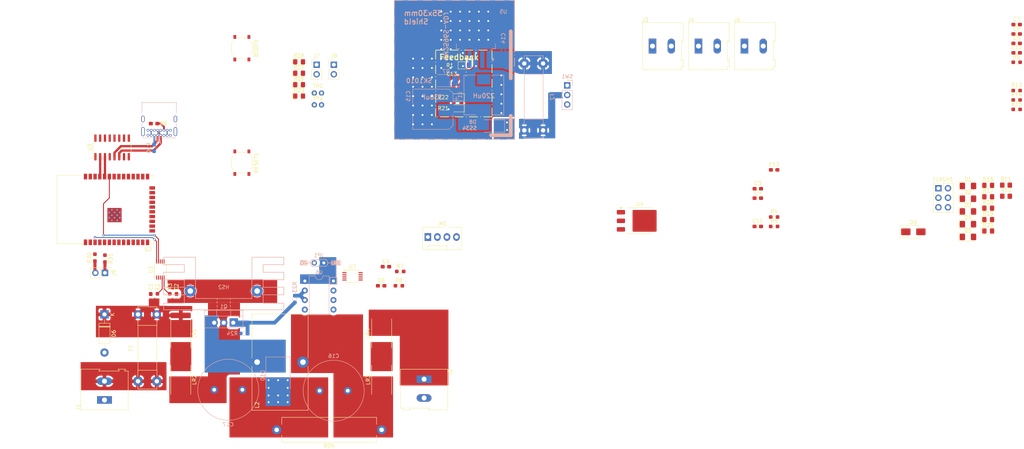
<source format=kicad_pcb>
(kicad_pcb (version 20241229) (generator "pcbnew") (generator_version "9.0")
  (layers (0 "F.Cu" signal) (4 "In1.Cu" signal) (6 "In2.Cu" signal) (2 "B.Cu" signal) (13 "F.Paste" user) (15 "B.Paste" user) (5 "F.SilkS" user "F.Silkscreen") (7 "B.SilkS" user "B.Silkscreen") (1 "F.Mask" user) (3 "B.Mask" user) (25 "Edge.Cuts" user))
  (net 0 "")
  (net 1 "BOOT")
  (net 2 "GND")
  (net 3 "Vin")
  (net 4 "VinterA")
  (net 5 "Vaux")
  (net 6 "VinterB")
  (net 7 "Vout")
  (net 8 "Net-(J5-SHIELD)")
  (net 9 "Net-(U3-V3)")
  (net 10 "+5V")
  (net 11 "+3V3")
  (net 12 "Net-(U5-FB)")
  (net 13 "Net-(D8-A)")
  (net 14 "Net-(U5-VIN)")
  (net 15 "Net-(D10-A)")
  (net 16 "Net-(D1-A)")
  (net 17 "Net-(D2-A)")
  (net 18 "Net-(D3-A)")
  (net 19 "Net-(D4-A)")
  (net 20 "Net-(D5-A)")
  (net 21 "Net-(D7-K)")
  (net 22 "Net-(D9-A)")
  (net 23 "Net-(D10-K)")
  (net 24 "Net-(SW1-B)")
  (net 25 "Rx")
  (net 26 "RST")
  (net 27 "Tx")
  (net 28 "Net-(J3-Pin_2)")
  (net 29 "Net-(J3-Pin_1)")
  (net 30 "D-")
  (net 31 "D+")
  (net 32 "Net-(J5-CC2)")
  (net 33 "Net-(J5-CC1)")
  (net 36 "FETSupply")
  (net 37 "Net-(LR1-Pad2)")
  (net 38 "Net-(LR3-Pad2)")
  (net 39 "IdiffA")
  (net 40 "IdiffB")
  (net 41 "VoltIn")
  (net 42 "OdiffA")
  (net 43 "OdiffB")
  (net 44 "VoltOut")
  (net 45 "Beat")
  (net 46 "Fault")
  (net 47 "Charging")
  (net 48 "MPPT")
  (net 49 "Net-(R23-Pad1)")
  (net 50 "Aux1")
  (net 51 "SCL")
  (net 52 "SDA")
  (net 56 "PWM")
  (net 60 "Aux2")
  (net 63 "AmbientT")
  (net 73 "Sx")
  (net 85 "HeatsinkT")
  (net 86 "Net-(J1-Pin_2)")
  (net 87 "Tacho")
  (net 88 "FanPWM")
  (net 89 "RDY1")
  (net 90 "RDY2")
  (net 91 "Net-(Q1-G)")
  (footprint "Resistor_THT:R_Axial_DIN0204_L3.6mm_D1.6mm_P1.90mm_Vertical" (layer "F.Cu") (at 92.71 42.672)
    (property "Reference" "TH1")
    (property "Value" "NTC")
  )
  (footprint "Capacitor_SMD:C_0603_1608Metric_Pad1.08x0.95mm_HandSolder" (layer "F.Cu") (at 110.49 93.98)
    (property "Reference" "C6")
    (property "Value" "0.1u")
  )
  (footprint "TerminalBlock:TerminalBlock_Altech_AK300-2_P5.00mm" (layer "F.Cu") (at 182.73 30.175)
    (property "Reference" "J3")
    (property "Value" "Conn_01x02_Pin")
  )
  (footprint "Resistor_SMD:R_0603_1608Metric_Pad0.98x0.95mm_HandSolder" (layer "F.Cu") (at 215.11 78.185)
    (property "Reference" "R5")
    (property "Value" "50R")
  )
  (footprint "LED_SMD:LED_0805_2012Metric_Pad1.15x1.40mm_HandSolder" (layer "F.Cu") (at 130.81 43.815 180)
    (property "Reference" "R22")
    (property "Value" "R")
  )
  (footprint "LED_SMD:LED_1206_3216Metric_Pad1.42x1.75mm_HandSolder" (layer "F.Cu") (at 266.715 70.805)
    (property "Reference" "D2")
    (property "Value" "LED")
  )
  (footprint "RF_Module:ESP32-WROOM-32D" (layer "F.Cu") (at 40.03 73.66 90)
    (property "Reference" "U2")
    (property "Value" "ESP32-WROOM-32D")
  )
  (footprint "Capacitor_SMD:C_0603_1608Metric_Pad1.08x0.95mm_HandSolder" (layer "F.Cu") (at 215.11 63.125)
    (property "Reference" "C12")
    (property "Value" "0.1u")
  )
  (footprint "LED_SMD:LED_0805_2012Metric_Pad1.15x1.40mm_HandSolder" (layer "F.Cu") (at 88.643 34.359)
    (property "Reference" "R26")
    (property "Value" "10k")
  )
  (footprint "TerminalBlock:TerminalBlock_Altech_AK300-2_P5.00mm" (layer "F.Cu") (at 121.92 118.85 -90)
    (property "Reference" "J2")
    (property "Value" "Conn_01x02_Pin")
  )
  (footprint "Capacitor_SMD:C_0603_1608Metric_Pad1.08x0.95mm_HandSolder" (layer "F.Cu") (at 279.68 31.965)
    (property "Reference" "C10")
    (property "Value" "0.1u")
  )
  (footprint "Resistor_SMD:R_0603_1608Metric_Pad0.98x0.95mm_HandSolder" (layer "F.Cu") (at 279.68 42.005)
    (property "Reference" "R13")
    (property "Value" "1k")
  )
  (footprint "Resistor_SMD:R_0603_1608Metric_Pad0.98x0.95mm_HandSolder" (layer "F.Cu") (at 215.11 75.675)
    (property "Reference" "R4")
    (property "Value" "50R")
  )
  (footprint "Package_TO_SOT_SMD:TO-252-3_TabPin2" (layer "F.Cu") (at 179.36 76.69)
    (property "Reference" "U4")
    (property "Value" "LM1117DT-3.3")
  )
  (footprint "LED_SMD:LED_1206_3216Metric_Pad1.42x1.75mm_HandSolder" (layer "F.Cu") (at 266.715 67.415)
    (property "Reference" "D1")
    (property "Value" "LED")
  )
  (footprint "Inductor_THT:L_Toroid_Vertical_L25.4mm_W14.7mm_P12.20mm_Vishay_TJ5_BigPads" (layer "F.Cu") (at 77.47 114.3 90)
    (property "Reference" "L2")
    (property "Value" "100uH")
  )
  (footprint "LED_SMD:LED_0805_2012Metric_Pad1.15x1.40mm_HandSolder" (layer "F.Cu") (at 272.105 76.36)
    (property "Reference" "R19")
    (property "Value" "220R")
  )
  (footprint "Capacitor_SMD:C_0603_1608Metric_Pad1.08x0.95mm_HandSolder" (layer "F.Cu") (at 279.68 24.435)
    (property "Reference" "C7")
    (property "Value" "C")
  )
  (footprint "Button_Switch_SMD:SW_Push_1P1T_XKB_TS-1187A" (layer "F.Cu") (at 73.406 61.214 90)
    (property "Reference" "RESET1")
    (property "Value" "SW_Push")
  )
  (footprint "LED_SMD:LED_0805_2012Metric_Pad1.15x1.40mm_HandSolder" (layer "F.Cu") (at 272.105 73.32)
    (property "Reference" "R18")
    (property "Value" "220R")
  )
  (footprint "LED_SMD:LED_0805_2012Metric_Pad1.15x1.40mm_HandSolder" (layer "F.Cu") (at 88.643 37.399)
    (property "Reference" "R27")
    (property "Value" "10k")
  )
  (footprint "LED_SMD:LED_0805_2012Metric_Pad1.15x1.40mm_HandSolder" (layer "F.Cu") (at 88.643 40.439)
    (property "Reference" "R28")
    (property "Value" "10k")
  )
  (footprint "TerminalBlock:TerminalBlock_Altech_AK300-2_P5.00mm" (layer "F.Cu") (at 207.21 30.175)
    (property "Reference" "J6")
    (property "Value" "Conn_01x02_Pin")
  )
  (footprint "LED_SMD:LED_0805_2012Metric_Pad1.15x1.40mm_HandSolder" (layer "F.Cu") (at 272.105 67.24)
    (property "Reference" "R16")
    (property "Value" "220R")
  )
  (footprint "Connector_PinHeader_2.54mm:PinHeader_2x03_P2.54mm_Vertical" (layer "F.Cu") (at 258.85 68.015)
    (property "Reference" "FLASH1")
    (property "Value" "Conn_01x06_Pin")
  )
  (footprint "Resistor_SMD:R_0603_1608Metric_Pad0.98x0.95mm_HandSolder" (layer "F.Cu") (at 34.285 86.487 90)
    (property "Reference" "R30")
    (property "Value" "4.7k")
  )
  (footprint "Resistor_SMD:R_4020_10251Metric" (layer "F.Cu") (at 110.617 118.999 90)
    (property "Reference" "LR3")
    (property "Value" "0.1R")
  )
  (footprint "Resistor_SMD:R_0603_1608Metric_Pad0.98x0.95mm_HandSolder" (layer "F.Cu") (at 36.952 86.741 90)
    (property "Reference" "R31")
    (property "Value" "4.7k")
  )
  (footprint "LED_SMD:LED_0805_2012Metric_Pad1.15x1.40mm_HandSolder" (layer "F.Cu") (at 130.81 46.736 180)
    (property "Reference" "R21")
    (property "Value" "3.3k")
  )
  (footprint "Resistor_SMD:R_0603_1608Metric_Pad0.98x0.95mm_HandSolder" (layer "F.Cu") (at 279.68 34.475)
    (property "Reference" "R6")
    (property "Value" "200k")
  )
  (footprint "Package_SO:TSSOP-10_3x3mm_P0.5mm" (layer "F.Cu") (at 102.87 91.44)
    (property "Reference" "U7")
    (property "Value" "ADS1115IDGS")
  )
  (footprint "TerminalBlock:TerminalBlock_Altech_AK300-2_P5.00mm" (layer "F.Cu") (at 36.83 124.38 90)
    (property "Reference" "J1")
    (property "Value" "Conn_01x02_Pin")
  )
  (footprint "Button_Switch_SMD:SW_Push_1P1T_XKB_TS-1187A" (layer "F.Cu") (at 73.406 30.734 90)
    (property "Reference" "BOOT1")
    (property "Value" "SW_Push")
  )
  (footprint "Connector_PinHeader_2.54mm:PinHeader_1x02_P2.54mm_Vertical" (layer "F.Cu") (at 36.957 90.551 -90)
    (property "Reference" "J9")
    (property "Value" "Conn_01x02_Pin")
  )
  (footprint "Capacitor_SMD:C_0603_1608Metric_Pad1.08x0.95mm_HandSolder" (layer "F.Cu") (at 133.096 37.592 180)
    (property "Reference" "C13")
    (property "Value" "10n")
  )
  (footprint "Capacitor_SMD:C_0603_1608Metric_Pad1.08x0.95mm_HandSolder" (layer "F.Cu") (at 56.007 97.028 90)
    (property "Reference" "C2")
    (property "Value" "0.1u")
  )
  (footprint "Capacitor_SMD:C_0603_1608Metric_Pad1.08x0.95mm_HandSolder" (layer "F.Cu") (at 279.68 26.945)
    (property "Reference" "C8")
    (property "Value" "C")
  )
  (footprint "Resistor_SMD:R_0603_1608Metric_Pad0.98x0.95mm_HandSolder" (layer "F.Cu") (at 115.57 90.17)
    (property "Reference" "R7")
    (property "Value" "50R")
  )
  (footprint "Resistor_SMD:R_0805_2012Metric_Pad1.20x1.40mm_HandSolder" (layer "F.Cu") (at 276.85 67.195)
    (property "Reference" "R11")
    (property "Value" "1k")
  )
  (footprint "LED_SMD:LED_0805_2012Metric_Pad1.15x1.40mm_HandSolder" (layer "F.Cu") (at 132.842 35.306)
    (property "Reference" "R1")
    (property "Value" "1k")
  )
  (footprint "Package_SO:SOIC-16_3.9x9.9mm_P1.27mm" (layer "F.Cu") (at 38.862 57.15 90)
    (property "Reference" "U3")
    (property "Value" "CH340C")
  )
  (footprint "LED_SMD:LED_0805_2012Metric_Pad1.15x1.40mm_HandSolder" (layer "F.Cu") (at 272.105 79.4)
    (property "Reference" "R20")
    (property "Value" "220R")
  )
  (footprint "Resistor_SMD:R_0603_1608Metric_Pad0.98x0.95mm_HandSolder" (layer "F.Cu") (at 279.68 47.025)
    (property "Reference" "R15")
    (property "Value" "1k")
  )
  (footprint "LED_SMD:LED_1206_3216Metric_Pad1.42x1.75mm_HandSolder" (layer "F.Cu") (at 266.715 80.975)
    (property "Reference" "D5")
    (property "Value" "LED")
  )
  (footprint "Resistor_THT:R_Axial_Power_L25.0mm_W6.4mm_P27.94mm" (layer "F.Cu") (at 110.617 132.334 180)
    (property "Reference" "R25")
    (property "Value" "10R")
  )
  (footprint "Capacitor_SMD:C_0603_1608Metric_Pad1.08x0.95mm_HandSolder" (layer "F.Cu") (at 49.149 97.028 90)
    (property "Reference" "C1")
    (property "Value" "0.1u")
  )
  (footprint "LED_SMD:LED_1206_3216Metric_Pad1.42x1.75mm_HandSolder" (layer "F.Cu") (at 266.715 74.195)
    (property "Reference" "D3")
    (property "Value" "LED")
  )
  (footprint "Resistor_SMD:R_0603_1608Metric_Pad0.98x0.95mm_HandSolder" (layer "F.Cu") (at 54.229 97.028 90)
    (property "Reference" "R3")
    (property "Value" "50R")
  )
  (footprint "Resistor_SMD:R_4020_10251Metric" (layer "F.Cu") (at 57.15 119 -90)
    (property "Reference" "LR2")
    (property "Value" "0.1R")
  )
  (footprint "LED_SMD:LED_0805_2012Metric_Pad1.15x1.40mm_HandSolder" (layer "F.Cu") (at 88.643 43.479)
    (property "Reference" "R29")
    (property "Value" "10k")
  )
  (footprint "Resistor_THT:R_Axial_DIN0204_L3.6mm_D1.6mm_P1.90mm_Vertical" (layer "F.Cu") (at 92.71 45.822)
    (property "Reference" "TH2")
    (property "Value" "NTC")
  )
  (footprint "Resistor_SMD:R_0603_1608Metric_Pad0.98x0.95mm_HandSolder" (layer "F.Cu") (at 50.927 97.028 90)
    (property "Reference" "R2")
    (property "Value" "50R")
  )
  (footprint "LED_SMD:LED_1206_3216Metric_Pad1.42x1.75mm_HandSolder" (layer "F.Cu") (at 266.715 77.585)
    (property "Reference" "D4")
    (property "Value" "LED")
  )
  (footprint "Package_SO:TSSOP-10_3x3mm_P0.5mm" (layer "F.Cu") (at 51.705 89.662 90)
    (property "Reference" "U1")
    (property "Value" "ADS1115IDGS")
  )
  (footprint "Capacitor_SMD:C_0603_1608Metric_Pad1.08x0.95mm_HandSolder" (layer "F.Cu") (at 111.76 88.9)
    (property "Reference" "C5")
    (property "Value" "0.1u")
  )
  (footprint "Resistor_SMD:R_4020_10251Metric" (layer "F.Cu") (at 110.617 106.68 90)
    (property "Reference" "LR4")
    (property "Value" "0.1R")
  )
  (footprint "Diode_THT:D_DO-41_SOD81_P10.16mm_Horizontal" (layer "F.Cu") (at 36.83 101.6 -90)
    (property "Reference" "D6")
    (property "Value" "1N4007")
  )
  (footprint "Resistor_SMD:R_0603_1608Metric_Pad0.98x0.95mm_HandSolder" (layer "F.Cu") (at 279.68 44.515)
    (property "Reference" "R14")
    (property "Value" "200k")
  )
  (footprint "Connector_PinHeader_2.54mm:PinHeader_1x02_P2.54mm_Vertical" (layer "F.Cu") (at 97.898 35.134)
    (property "Reference" "J8")
    (property "Value" "Conn_01x02_Pin")
  )
  (footprint "Capacitor_SMD:C_0603_1608Metric_Pad1.08x0.95mm_HandSolder" (layer "F.Cu") (at 210.76 78.185)
    (property "Reference" "C11")
    (property "Value" "0.1u")
  )
  (footprint "Resistor_SMD:R_0603_1608Metric_Pad0.98x0.95mm_HandSolder" (layer "F.Cu") (at 115.2125 93.98)
    (property "Reference" "R8")
    (property "Value" "50R")
  )
  (footprint "Capacitor_SMD:C_0603_1608Metric_Pad1.08x0.95mm_HandSolder" (layer "F.Cu") (at 210.76 68.145)
    (property "Reference" "C3")
    (property "Value" "0.1u")
  )
  (footprint "Connector:FanPinHeader_1x04_P2.54mm_Vertical" (layer "F.Cu") (at 122.92 81)
    (property "Reference" "M1")
    (property "Value" "Fan_4pin")
  )
  (footprint "Capacitor_SMD:C_0603_1608Metric_Pad1.08x0.95mm_HandSolder" (layer "F.Cu") (at 50.038 50.8 180)
    (property "Reference" "R9")
    (property "Value" "R")
  )
  (footprint "Resistor_SMD:R_0805_2012Metric_Pad1.20x1.40mm_HandSolder" (layer "F.Cu") (at 276.85 70.145)
    (property "Reference" "R12")
    (property "Value" "1k")
  )
  (footprint "Capacitor_SMD:C_0603_1608Metric_Pad1.08x0.95mm_HandSolder" (layer "F.Cu") (at 210.76 70.655)
    (property "Reference" "C4")
    (property "Value" "0.1u")
  )
  (footprint "Capacitor_SMD:C_0603_1608Metric_Pad1.08x0.95mm_HandSolder" (layer "F.Cu") (at 279.68 29.455)
    (property "Reference" "C9")
    (property "Value" "0.1u")
  )
  (footprint "Connector_PinHeader_2.54mm:PinHeader_1x02_P2.54mm_Vertical" (layer "F.Cu") (at 93.308 35.134)
    (property "Reference" "J7")
    (property "Value" "Conn_01x02_Pin")
  )
  (footprint "Resistor_SMD:R_4020_10251Metric" (layer "F.Cu") (at 57.15 106.68 -90)
    (property "Reference" "LR1")
    (property "Value" "0.1R")
  )
  (footprint "TerminalBlock:TerminalBlock_Altech_AK300-2_P5.00mm" (layer "F.Cu") (at 194.97 30.175)
    (property "Reference" "J4")
    (property "Value" "Conn_01x02_Pin")
  )
  (footprint "Fuse:Fuseholder_Clip-5x20mm_Bel_FC-203-22_Lateral_P17.80x5.00mm_D1.17mm_Horizontal" (layer "F.Cu") (at 45.76 119.4 90)
    (property "Reference" "F1")
    (property "Value" "Fuse")
  )
  (footprint "Diode_SMD:D_SMA" (layer "F.Cu") (at 252.175 79.615)
    (property "Reference" "D9")
    (property "Value" "SS34")
  )
  (footprint "LED_SMD:LED_0805_2012Metric_Pad1.15x1.40mm_HandSolder" (layer "F.Cu") (at 272.105 70.28)
    (property "Reference" "R17")
    (property "Value" "220R")
  )
  (footprint "Capacitor_THT:C_Radial_D16.0mm_H25.0mm_P7.50mm" (layer "B.Cu") (at 101.6 121.92 180)
    (property "Reference" "C16")
    (property "Value" "470u")
  )
  (footprint "Diode_SMD:D_SMC" (layer "B.Cu") (at 83.058 117.856 -90)
    (property "Reference" "D10")
    (property "Value" "SK1010")
  )
  (footprint "Diode_SMD:D_MELF" (layer "B.Cu") (at 127.82 39.37 180)
    (property "Reference" "D7")
    (property "Value" "Diode")
  )
  (footprint "Capacitor_SMD:C_0603_1608Metric_Pad1.08x0.95mm_HandSolder" (layer "B.Cu") (at 143.002 31.242 90)
    (property "Reference" "C14")
    (property "Value" "1u")
  )
  (footprint "Connector_USB:USB_C_Receptacle_GCT_USB4085" (layer "B.Cu") (at 48.416 53.928)
    (property "Reference" "J5")
    (property "Value" "USB_C_Receptacle_USB2.0_16P")
  )
  (footprint "Inductor_SMD:L_10.4x10.4_H4.8" (layer "B.Cu") (at 137.84 43.18 -90)
    (property "Reference" "L1")
    (property "Value" "220u")
  )
  (footprint "Resistor_SMD:R_0603_1608Metric_Pad0.98x0.95mm_HandSolder" (layer "B.Cu") (at 74.0175 106.68)
    (property "Reference" "R24")
    (property "Value" "10kR")
  )
  (footprint "Capacitor_THT:C_Radial_D16.0mm_H25.0mm_P7.50mm" (layer "B.Cu") (at 66.04 121.666)
    (property "Reference" "C17")
    (property "Value" "470u")
  )
  (footprint "Capacitor_SMD:C_0603_1608Metric_Pad1.08x0.95mm_HandSolder" (layer "B.Cu") (at 50.038 57.2505 -90)
    (property "Reference" "R10")
    (property "Value" "R")
  )
  (footprint "Capacitor_SMD:CP_Elec_10x10.5" (layer "B.Cu") (at 124.26 46.99 180)
    (property "Reference" "C15")
    (property "Value" "330u")
  )
  (footprint "Connector_PinHeader_2.54mm:PinHeader_1x03_P2.54mm_Vertical" (layer "B.Cu") (at 160.02 40.64 180)
    (property "Reference" "SW1")
    (property "Value" "SW_SPDT")
  )
  (footprint "Package_DIP:DIP-8_W7.62mm" (layer "B.Cu") (at 97.785 92.71 180)
    (property "Reference" "U6")
    (property "Value" "TC4422")
  )
  (footprint "Package_TO_SOT_SMD:TO-263-5_TabPin3" (layer "B.Cu") (at 135.71 26.065 90)
    (property "Reference" "U5")
    (property "Value" "LM2596S-ADJ")
  )
  (footprint "Package_TO_SOT_THT:TO-220-3_Vertical" (layer "B.Cu") (at 71.12 103.815 180)
    (property "Reference" "Q1")
    (property "Value" "IRL540N")
  )
  (footprint "Heatsink:Heatsink_Stonecold_HS-132_32x14mm_2xFixation1.5mm" (layer "B.Cu") (at 68.58 95.377)
    (property "Reference" "HS2")
    (property "Value" "Heatsink_Pad_2Pin")
  )
  (footprint "Diode_SMD:D_SMA" (layer "B.Cu") (at 139.84 51.435 180)
    (property "Reference" "D8")
    (property "Value" "SS34")
  )
  (footprint "Fuse:Fuseholder_Clip-5x20mm_Bel_FC-203-22_Lateral_P17.80x5.00mm_D1.17mm_Horizontal" (layer "B.Cu") (at 148.6 34.8 -90)
    (property "Reference" "F2")
    (property "Value" "Fuse")
  )
  (footprint "Resistor_SMD:R_0603_1608Metric_Pad0.98x0.95mm_HandSolder" (layer "B.Cu") (at 87.503 97.536 -90)
    (property "Reference" "R23")
    (property "Value" "10R")
  )
  (footprint "TestPoint:TestPoint_2Pads_Pitch2.54mm_Drill0.8mm" (layer "B.Cu") (at 95.23 87.884 180)
    (property "Reference" "JP1")
    (property "Value" "Jumper_2_Bridged")
  )
  (gr_rect (start 125 31.25) (end 140 49) (stroke (width 0.2) (type dash_dot)) (fill no) (layer "F.SilkS"))
  (gr_line (start 90.7796 87.884) (end 91.6462 87.884) (stroke (width 0.15) (type dash)) (layer "B.SilkS"))
  (gr_rect (start 114 18) (end 146 55) (stroke (width 0.2) (type dash_dot)) (fill no) (layer "B.SilkS"))
  (gr_line (start 139.75 53.9) (end 145 53.9) (stroke (width 1)) (layer "B.SilkS"))
  (gr_rect (start 96.8248 91.7448) (end 98.7552 93.6752) (stroke (width 0.15)) (fill no) (layer "B.SilkS"))
  (gr_line (start 145 26.25) (end 145 38.75) (stroke (width 1)) (layer "B.SilkS"))
  (gr_line (start 145 48.75) (end 145 53.9) (stroke (width 1)) (layer "B.SilkS"))
  (gr_line (start 96.26 87.884) (end 97.282 87.884) (stroke (width 0.15)) (layer "B.SilkS"))
  (gr_line (start 98.552 91.694) (end 98.552 88.5414) (stroke (width 0.15)) (layer "B.SilkS"))
  (gr_text "Feedback" (at 125.8 34 0) (layer "F.SilkS") (effects (font (size 1.5 1.5) (thickness 0.3) (bold yes)) (justify left bottom)))
  (gr_text "35x30mm\nShield" (at 116.4 24.5 0) (layer "B.SilkS") (effects (font (size 1.4 1.4) (thickness 0.25) (bold yes)) (justify right bottom mirror)))
  (gr_text "FET" (at 98.552 87.884 0) (layer "B.SilkS" knockout) (effects (font (size 1 1)) (justify mirror)))
  (gr_text "SK1010" (at 117 40.1 0) (layer "B.SilkS") (effects (font (size 1.2 1.2) (thickness 0.2) (bold yes)) (justify right bottom mirror)))
  (gr_text "SS34" (at 132 52.6 0) (layer "B.SilkS") (effects (font (size 1 1) (thickness 0.2) (bold yes)) (justify right bottom mirror)))
  (gr_text "220uH" (at 134.8 44.1 0) (layer "B.SilkS") (effects (font (size 1.2 1.2) (thickness 0.2) (bold yes)) (justify right bottom mirror)))
  (gr_text "LM2596S-ADJ" (at 127 21 270) (layer "B.SilkS") (effects (font (size 1.2 1.2) (thickness 0.2) (bold yes)) (justify right bottom mirror)))
  (gr_text "5V" (at 89.916 87.884 0) (layer "B.SilkS" knockout) (effects (font (size 1 1)) (justify mirror)))
  (gr_text "330uF" (at 121.2 44.5 0) (layer "B.SilkS") (effects (font (size 1.2 1.2) (thickness 0.2) (bold yes)) (justify right bottom mirror)))
  (via (at 136.5 23.5) (size 1) (drill 0.5) (layers "F.Cu" "B.Cu") (net 2))
  (via (at 119 48.5) (size 1) (drill 0.5) (layers "F.Cu" "B.Cu") (net 2))
  (via (at 139 21) (size 1) (drill 0.5) (layers "F.Cu" "B.Cu") (net 2))
  (via (at 119 33.5) (size 1) (drill 0.5) (layers "F.Cu" "B.Cu") (net 2))
  (via (at 139 26) (size 1) (drill 0.5) (layers "F.Cu" "B.Cu") (net 2))
  (via (at 142.5 38) (size 1) (drill 0.5) (layers "F.Cu" "B.Cu") (net 2))
  (via (at 135.75 32) (size 1) (drill 0.5) (layers "F.Cu" "B.Cu") (net 2))
  (via (at 126.5 26) (size 1) (drill 0.5) (layers "F.Cu" "B.Cu") (net 2))
  (via (at 134 21) (size 1) (drill 0.5) (layers "F.Cu" "B.Cu") (net 2))
  (via (at 134 23.5) (size 1) (drill 0.5) (layers "F.Cu" "B.Cu") (net 2))
  (via (at 121.5 43.5) (size 1) (drill 0.5) (layers "F.Cu" "B.Cu") (net 2))
  (via (at 126.5 36) (size 1) (drill 0.5) (layers "F.Cu" "B.Cu") (net 2))
  (via (at 121.5 38.5) (size 1) (drill 0.5) (layers "F.Cu" "B.Cu") (net 2))
  (via (at 121.5 36) (size 1) (drill 0.5) (layers "F.Cu" "B.Cu") (net 2))
  (via (at 131.5 28.5) (size 1) (drill 0.5) (layers "F.Cu" "B.Cu") (net 2))
  (via (at 124 51) (size 1) (drill 0.5) (layers "F.Cu" "B.Cu") (net 2))
  (via (at 129 31) (size 1) (drill 0.5) (layers "F.Cu" "B.Cu") (net 2))
  (via (at 126.5 28.5) (size 1) (drill 0.5) (layers "F.Cu" "B.Cu") (net 2))
  (via (at 139 23.5) (size 1) (drill 0.5) (layers "F.Cu" "B.Cu") (net 2))
  (via (at 124 46) (size 1) (drill 0.5) (layers "F.Cu" "B.Cu") (net 2))
  (via (at 121.5 46) (size 1) (drill 0.5) (layers "F.Cu" "B.Cu") (net 2))
  (via (at 132.25 35.5) (size 1) (drill 0.5) (layers "F.Cu" "B.Cu") (net 2))
  (via (at 139 28.5) (size 1) (drill 0.5) (layers "F.Cu" "B.Cu") (net 2))
  (via (at 135.75 35.5) (size 1) (drill 0.5) (layers "F.Cu" "B.Cu") (net 2))
  (via (at 119 46) (size 1) (drill 0.5) (layers "F.Cu" "B.Cu") (net 2))
  (via (at 124 38.5) (size 1) (drill 0.5) (layers "F.Cu" "B.Cu") (net 2))
  (via (at 124 43.5) (size 1) (drill 0.5) (layers "F.Cu" "B.Cu") (net 2))
  (via (at 124 48.5) (size 1) (drill 0.5) (layers "F.Cu" "B.Cu") (net 2))
  (via (at 124 36) (size 1) (drill 0.5) (layers "F.Cu" "B.Cu") (net 2))
  (via (at 142.5 40.5) (size 1) (drill 0.5) (layers "F.Cu" "B.Cu") (net 2))
  (via (at 129 28.5) (size 1) (drill 0.5) (layers "F.Cu" "B.Cu") (net 2))
  (via (at 126.5 21) (size 1) (drill 0.5) (layers "F.Cu" "B.Cu") (net 2))
  (via (at 134 28.5) (size 1) (drill 0.5) (layers "F.Cu" "B.Cu") (net 2))
  (via (at 136.5 21) (size 1) (drill 0.5) (layers "F.Cu" "B.Cu") (net 2))
  (via (at 121.5 33.5) (size 1) (drill 0.5) (layers "F.Cu" "B.Cu") (net 2))
  (via (at 136.5 26) (size 1) (drill 0.5) (layers "F.Cu" "B.Cu") (net 2))
  (via (at 142.5 48) (size 1) (drill 0.5) (layers "F.Cu" "B.Cu") (net 2))
  (via (at 126.5 23.5) (size 1) (drill 0.5) (layers "F.Cu" "B.Cu") (net 2))
  (via (at 129 21) (size 1) (drill 0.5) (layers "F.Cu" "B.Cu") (net 2))
  (via (at 132.25 32) (size 1) (drill 0.5) (layers "F.Cu" "B.Cu") (net 2))
  (via (at 136.5 28.5) (size 1) (drill 0.5) (layers "F.Cu" "B.Cu") (net 2))
  (via (at 131.5 26) (size 1) (drill 0.5) (layers "F.Cu" "B.Cu") (net 2))
  (via (at 142.5 45.5) (size 1) (drill 0.5) (layers "F.Cu" "B.Cu") (net 2))
  (via (at 119 41) (size 1) (drill 0.5) (layers "F.Cu" "B.Cu") (net 2))
  (via (at 124 41) (size 1) (drill 0.5) (layers "F.Cu" "B.Cu") (net 2))
  (via (at 126.5 33.5) (size 1) (drill 0.5) (layers "F.Cu" "B.Cu") (net 2))
  (via (at 129 26) (size 1) (drill 0.5) (layers "F.Cu" "B.Cu") (net 2))
  (via (at 121.5 51) (size 1) (drill 0.5) (layers "F.Cu" "B.Cu") (net 2))
  (via (at 129 23.5) (size 1) (drill 0.5) (layers "F.Cu" "B.Cu") (net 2))
  (via (at 126.5 31) (size 1) (drill 0.5) (layers "F.Cu" "B.Cu") (net 2))
  (via (at 119 51) (size 1) (drill 0.5) (layers "F.Cu" "B.Cu") (net 2))
  (via (at 119 38.5) (size 1) (drill 0.5) (layers "F.Cu" "B.Cu") (net 2))
  (via (at 131.5 23.5) (size 1) (drill 0.5) (layers "F.Cu" "B.Cu") (net 2))
  (via (at 119 36) (size 1) (drill 0.5) (layers "F.Cu" "B.Cu") (net 2))
  (via (at 129 33.5) (size 1) (drill 0.5) (layers "F.Cu" "B.Cu") (net 2))
  (via (at 119 43.5) (size 1) (drill 0.5) (layers "F.Cu" "B.Cu") (net 2))
  (via (at 121.5 48.5) (size 1) (drill 0.5) (layers "F.Cu" "B.Cu") (net 2))
  (via (at 129 36) (size 1) (drill 0.5) (layers "F.Cu" "B.Cu") (net 2))
  (via (at 142.5 43) (size 1) (drill 0.5) (layers "F.Cu" "B.Cu") (net 2))
  (via (at 124 33.5) (size 1) (drill 0.5) (layers "F.Cu" "B.Cu") (net 2))
  (via (at 121.5 41) (size 1) (drill 0.5) (layers "F.Cu" "B.Cu") (net 2))
  (via (at 134 26) (size 1) (drill 0.5) (layers "F.Cu" "B.Cu") (net 2))
  (via (at 131.5 21) (size 1) (drill 0.5) (layers "F.Cu" "B.Cu") (net 2))
  (via (at 144 50.5) (size 1) (drill 0.5) (layers "F.Cu" "B.Cu") (net 10))
  (via (at 144 52.5) (size 1) (drill 0.5) (layers "F.Cu" "B.Cu") (net 10))
  (segment (start 133.9585 37.592) (end 133.9585 41.6915) (width 1) (layer "F.Cu") (net 12))
  (segment (start 131.835 46.736) (end 131.835 43.815) (width 1) (layer "F.Cu") (net 12))
  (segment (start 133.9585 41.6915) (end 131.835 43.815) (width 1) (layer "F.Cu") (net 12))
  (segment (start 134.01 33.715) (end 134.01 35.163) (width 1) (layer "F.Cu") (net 12))
  (segment (start 134.01 35.163) (end 133.867 35.306) (width 1) (layer "F.Cu") (net 12))
  (via (at 134.01 33.715) (size 1) (drill 0.5) (layers "F.Cu" "B.Cu") (net 12))
  (segment (start 129.531 46.99) (end 129.785 46.736) (width 1) (layer "F.Cu") (net 13))
  (segment (start 129.785 46.736) (end 129.785 43.815) (width 1) (layer "F.Cu") (net 13))
  (segment (start 128.46 46.99) (end 129.531 46.99) (width 1) (layer "F.Cu") (net 13))
  (segment (start 129.785 40.0405) (end 132.2335 37.592) (width 1) (layer "F.Cu") (net 13))
  (segment (start 129.785 43.815) (end 129.785 40.0405) (width 1) (layer "F.Cu") (net 13))
  (via (at 128.46 46.99) (size 1) (drill 0.5) (layers "F.Cu" "B.Cu") (net 13))
  (via (at 85.598 124.968) (size 1) (drill 0.5) (layers "F.Cu" "B.Cu") (net 15))
  (via (at 80.518 124.968) (size 1) (drill 0.5) (layers "F.Cu" "B.Cu") (net 15))
  (via (at 80.518 121.158) (size 1) (drill 0.5) (layers "F.Cu" "B.Cu") (net 15))
  (via (at 83.058 119.126) (size 1) (drill 0.5) (layers "F.Cu" "B.Cu") (net 15))
  (via (at 85.598 121.158) (size 1) (drill 0.5) (layers "F.Cu" "B.Cu") (net 15))
  (via (at 83.058 123.19) (size 1) (drill 0.5) (layers "F.Cu" "B.Cu") (net 15))
  (via (at 80.518 123.19) (size 1) (drill 0.5) (layers "F.Cu" "B.Cu") (net 15))
  (via (at 85.598 123.19) (size 1) (drill 0.5) (layers "F.Cu" "B.Cu") (net 15))
  (via (at 83.058 124.968) (size 1) (drill 0.5) (layers "F.Cu" "B.Cu") (net 15))
  (via (at 85.598 119.126) (size 1) (drill 0.5) (layers "F.Cu" "B.Cu") (net 15))
  (via (at 80.518 119.126) (size 1) (drill 0.5) (layers "F.Cu" "B.Cu") (net 15))
  (segment (start 49.266 52.578) (end 49.266 53.928) (width 0.3) (layer "B.Cu") (net 22))
  (segment (start 53.516 53.928) (end 53.516 52.578) (width 0.3) (layer "B.Cu") (net 22))
  (segment (start 36.957 59.625) (end 36.957 64.813) (width 0.6) (layer "F.Cu") (net 25))
  (segment (start 36.957 64.813) (end 36.86 64.91) (width 0.6) (layer "F.Cu") (net 25))
  (segment (start 35.687 64.813) (end 35.59 64.91) (width 0.6) (layer "F.Cu") (net 27))
  (segment (start 35.687 59.625) (end 35.687 64.813) (width 0.6) (layer "F.Cu") (net 27))
  (segment (start 50.966 52.578) (end 50.966 52.936636) (width 0.3) (layer "F.Cu") (net 30))
  (segment (start 51.816 53.786636) (end 51.816 53.928) (width 0.3) (layer "F.Cu") (net 30))
  (segment (start 50.966 52.936636) (end 51.816 53.786636) (width 0.3) (layer "F.Cu") (net 30))
  (segment (start 40.767 58.6486) (end 40.767 59.625) (width 0.6) (layer "F.Cu") (net 30))
  (segment (start 49.8602 57.9882) (end 41.4274 57.9882) (width 0.6) (layer "F.Cu") (net 30))
  (segment (start 51.816 56.0324) (end 49.8602 57.9882) (width 0.6) (layer "F.Cu") (net 30))
  (segment (start 51.816 53.928) (end 51.816 56.0324) (width 0.6) (layer "F.Cu") (net 30))
  (segment (start 41.4274 57.9882) (end 40.767 58.6486) (width 0.6) (layer "F.Cu") (net 30))
  (segment (start 50.966 55.333) (end 49.4792 56.8198) (width 0.6) (layer "F.Cu") (net 31))
  (segment (start 39.497 58.547) (end 39.497 59.625) (width 0.6) (layer "F.Cu") (net 31))
  (segment (start 50.966 53.928) (end 50.966 55.333) (width 0.6) (layer "F.Cu") (net 31))
  (segment (start 41.2242 56.8198) (end 39.497 58.547) (width 0.6) (layer "F.Cu") (net 31))
  (segment (start 49.4792 56.8198) (end 41.2242 56.8198) (width 0.6) (layer "F.Cu") (net 31))
  (segment (start 50.966 53.569364) (end 50.966 53.928) (width 0.3) (layer "B.Cu") (net 31))
  (segment (start 51.816 52.578) (end 51.816 52.719364) (width 0.3) (layer "B.Cu") (net 31))
  (segment (start 51.816 52.719364) (end 50.966 53.569364) (width 0.3) (layer "B.Cu") (net 31))
  (segment (start 52.666 51.65) (end 52.666 52.578) (width 0.5) (layer "F.Cu") (net 32))
  (segment (start 51.816 50.8) (end 52.666 51.65) (width 0.5) (layer "F.Cu") (net 32))
  (segment (start 50.9005 50.8) (end 51.816 50.8) (width 0.5) (layer "F.Cu") (net 32))
  (segment (start 50.038 54.006) (end 50.116 53.928) (width 0.3) (layer "F.Cu") (net 33))
  (segment (start 50.116 56.31) (end 50.116 53.928) (width 0.5) (layer "B.Cu") (net 33))
  (segment (start 52.205 94.8375) (end 50.927 96.1155) (width 0.25) (layer "F.Cu") (net 39))
  (segment (start 52.205 91.812) (end 52.205 94.8375) (width 0.25) (layer "F.Cu") (net 39))
  (segment (start 54.02675 96.1155) (end 52.705 94.79375) (width 0.25) (layer "F.Cu") (net 40))
  (segment (start 54.229 96.1155) (end 54.02675 96.1155) (width 0.3) (layer "F.Cu") (net 40))
  (segment (start 52.705 94.79375) (end 52.705 91.812) (width 0.25) (layer "F.Cu") (net 40))
  (segment (start 87.503 96.6235) (end 88.7915 96.6235) (width 1) (layer "B.Cu") (net 49))
  (segment (start 88.8975 96.5225) (end 88.8975 96.5175) (width 1) (layer "B.Cu") (net 49))
  (segment (start 88.7915 96.6235) (end 88.8975 96.5175) (width 1) (layer "B.Cu") (net 49))
  (segment (start 90.165 97.79) (end 88.8975 96.5225) (width 1) (layer "B.Cu") (net 49))
  (segment (start 88.8975 96.5175) (end 90.165 95.25) (width 1) (layer "B.Cu") (net 49))
  (segment (start 50.165 81.661) (end 50.705 82.201) (width 0.25) (layer "F.Cu") (net 51))
  (segment (start 50.705 82.201) (end 50.705 87.512) (width 0.25) (layer "F.Cu") (net 51))
  (segment (start 34.29 87.4045) (end 34.285 87.3995) (width 0.8) (layer "F.Cu") (net 51))
  (segment (start 34.29 90.551) (end 34.29 87.4045) (width 0.8) (layer "F.Cu") (net 51))
  (via (at 50.165 81.661) (size 0.6) (drill 0.3) (layers "F.Cu" "B.Cu") (net 51))
  (via (at 34.29 81.026) (size 0.6) (drill 0.3) (layers "F.Cu" "B.Cu") (net 51))
  (segment (start 34.417 81.153) (end 34.29 81.026) (width 0.25) (layer "B.Cu") (net 51))
  (segment (start 50.165 81.661) (end 49.657 81.153) (width 0.25) (layer "B.Cu") (net 51))
  (segment (start 49.657 81.153) (end 34.417 81.153) (width 0.25) (layer "B.Cu") (net 51))
  (segment (start 50.165 80.518) (end 51.205 81.558) (width 0.25) (layer "F.Cu") (net 52))
  (segment (start 36.576 72.136) (end 38.13 70.582) (width 0.25) (layer "F.Cu") (net 52))
  (segment (start 36.957 90.551) (end 36.957 87.6585) (width 0.8) (layer "F.Cu") (net 52))
  (segment (start 36.576 80.518) (end 36.576 72.136) (width 0.25) (layer "F.Cu") (net 52))
  (segment (start 51.205 81.558) (end 51.205 87.512) (width 0.25) (layer "F.Cu") (net 52))
  (segment (start 36.957 87.6585) (end 36.952 87.6535) (width 0.8) (layer "F.Cu") (net 52))
  (segment (start 38.13 64.91) (end 38.1 64.88) (width 0.8) (layer "F.Cu") (net 52))
  (segment (start 38.13 70.582) (end 38.13 64.91) (width 0.25) (layer "F.Cu") (net 52))
  (via (at 50.165 80.518) (size 0.6) (drill 0.3) (layers "F.Cu" "B.Cu") (net 52))
  (via (at 36.576 80.518) (size 0.6) (drill 0.3) (layers "F.Cu" "B.Cu") (net 52))
  (segment (start 50.165 80.518) (end 36.576 80.518) (width 0.25) (layer "B.Cu") (net 52))
  (segment (start 87.503 98.4485) (end 87.4795 98.4485) (width 1) (layer "B.Cu") (net 91))
  (segment (start 82.113 103.815) (end 71.12 103.815) (width 1) (layer "B.Cu") (net 91))
  (segment (start 87.4795 98.4485) (end 82.113 103.815) (width 1) (layer "B.Cu") (net 91))
  (segment (start 71.1525 103.7825) (end 71.12 103.815) (width 1) (layer "B.Cu") (net 91))
  (zone (net 37) (net_name "Net-(LR1-Pad2)") (layer "F.Cu") (priority 5) (connect_pads yes (clearance 0.5)) (min_thickness 0.25) (fill yes (thermal_gap 0) (thermal_bridge_width 1))
    (polygon (pts (xy 54.356 108.966) (xy 59.944 108.966) (xy 59.944 116.713) (xy 54.356 116.713)))
  )
  (zone (net 38) (net_name "Net-(LR3-Pad2)") (layer "F.Cu") (priority 10) (connect_pads yes (clearance 0.75)) (min_thickness 0.25) (fill yes (thermal_gap 0) (thermal_bridge_width 1))
    (polygon (pts (xy 107.696 108.966) (xy 107.696 116.713) (xy 113.538 116.713) (xy 113.538 108.966)))
  )
  (zone (net 4) (net_name "VinterA") (layer "F.Cu") (priority 7) (connect_pads yes (clearance 0.75)) (min_thickness 0.25) (fill yes (thermal_gap 0) (thermal_bridge_width 1))
    (polygon (pts (xy 54.102 122.428) (xy 54.102 125.222) (xy 72.898306 125.222) (xy 72.910047 95.946488) (xy 64.389 95.935548) (xy 64.389 118.11) (xy 54.102 118.11)))
  )
  (zone (net 6) (net_name "VinterB") (layer "F.Cu") (priority 11) (connect_pads yes (clearance 0.75)) (min_thickness 0.25) (fill yes (thermal_gap 0) (thermal_bridge_width 1))
    (polygon (pts (xy 97.79 134.366) (xy 97.79 117.221) (xy 86.487 117.221) (xy 86.487 101.6) (xy 105.664 101.6) (xy 105.664 118.11) (xy 113.665 118.11) (xy 113.665 134.366)))
  )
  (zone (net 3) (net_name "Vin") (layer "F.Cu") (priority 15) (connect_pads thru_hole_only (clearance 0.75)) (min_thickness 0.25) (fill yes (thermal_gap 0.5) (thermal_bridge_width 0.5))
    (polygon (pts (xy 48.641 97.282) (xy 51.435 97.282) (xy 51.435 99.822) (xy 48.641 99.822)))
  )
  (zone (net 86) (net_name "Net-(J1-Pin_2)") (layer "F.Cu") (connect_pads (clearance 0.5)) (min_thickness 0.25) (fill yes (thermal_gap 0.5) (thermal_bridge_width 1))
    (polygon (pts (xy 30.48 114.3) (xy 53.34 114.3) (xy 53.34 121.793) (xy 30.48 121.793)))
  )
  (zone (net 15) (net_name "Net-(D10-A)") (layer "F.Cu") (priority 8) (connect_pads yes (clearance 0.5)) (min_thickness 0.25) (fill yes (thermal_gap 0) (thermal_bridge_width 1))
    (polygon (pts (xy 70.104 118.364) (xy 74.93 118.364) (xy 96.393 118.364) (xy 96.393 134.366) (xy 70.104 134.366)))
  )
  (zone (net 3) (net_name "Vin") (layer "F.Cu") (priority 4) (connect_pads (clearance 0.5)) (min_thickness 0.25) (fill yes (thermal_gap 0.5) (thermal_bridge_width 1))
    (polygon (pts (xy 52.324 99.314) (xy 34.544 99.314) (xy 34.544 107.696) (xy 60.198 107.696) (xy 60.198 99.314)))
  )
  (zone (net 7) (net_name "Vout") (layer "F.Cu") (priority 13) (connect_pads yes (clearance 0.75)) (min_thickness 0.25) (fill yes (thermal_gap 0) (thermal_bridge_width 1))
    (polygon (pts (xy 128.397 100.33) (xy 128.397 120.523) (xy 115.443 120.523) (xy 115.443 107.315) (xy 107.188 107.315) (xy 107.188 100.33)))
  )
  (zone (net 4) (net_name "VinterA") (layer "F.Cu") (priority 14) (connect_pads thru_hole_only (clearance 0.8)) (min_thickness 0.25) (fill yes (thermal_gap 0.2) (thermal_bridge_width 0.5))
    (polygon (pts (xy 53.594 92.329) (xy 53.594 98.552) (xy 82.804 98.552) (xy 82.804 92.329)))
  )
  (zone (net 10) (net_name "+5V") (layers "F.Cu" "B.Cu") (priority 20) (connect_pads thru_hole_only (clearance 0.5)) (min_thickness 0.25) (fill yes (thermal_gap 0.5) (thermal_bridge_width 1) (island_removal_mode 1) (island_area_min 10))
    (polygon (pts (xy 146 49.5) (xy 140.5 49.5) (xy 140.5 55) (xy 146 55)))
  )
  (zone (net 2) (net_name "GND") (layers "F.Cu" "B.Cu" "In1.Cu" "In2.Cu") (priority 2) (connect_pads thru_hole_only (clearance 0.5)) (min_thickness 0.25) (fill yes (thermal_gap 0.5) (thermal_bridge_width 1) (island_removal_mode 1) (island_area_min 10))
    (polygon (pts (xy 114 18) (xy 146 18) (xy 146 55) (xy 114 55)))
  )
  (zone (net 13) (net_name "Net-(D8-A)") (layer "B.Cu") (priority 12) (connect_pads thru_hole_only (clearance 0.5)) (min_thickness 0.25) (fill yes (thermal_gap 0.5) (thermal_bridge_width 1) (island_removal_mode 1) (island_area_min 10))
    (polygon (pts (xy 139.192 52.578) (xy 139.192 49.53) (xy 139.7 49.149) (xy 139.7 45.593) (xy 125.73 45.593) (xy 125.73 49.022) (xy 130.937 49.022) (xy 130.937 52.578) (xy 139.065 52.578)))
  )
  (zone (net 14) (net_name "Net-(U5-VIN)") (layer "B.Cu") (priority 6) (connect_pads thru_hole_only (clearance 0.5)) (min_thickness 0.25) (fill yes (thermal_gap 0.5) (thermal_bridge_width 1) (island_removal_mode 1) (island_area_min 10))
    (polygon (pts (xy 147.32 37.592) (xy 142.748 36.068) (xy 138.684 36.068) (xy 138.684 31.496) (xy 155.956 31.496) (xy 155.956 37.592)))
  )
  (zone (net 21) (net_name "Net-(D7-K)") (layer "B.Cu") (priority 1) (connect_pads thru_hole_only (clearance 0.5)) (min_thickness 0.25) (fill yes (thermal_gap 0.5) (thermal_bridge_width 1) (island_removal_mode 1) (island_area_min 10))
    (polygon (pts (xy 137.922 31.496) (xy 136.906 31.496) (xy 136.906 36.322) (xy 136.652 37.592) (xy 129.159 37.592) (xy 129.159 41.021) (xy 139.7 41.021) (xy 139.7 37.592) (xy 138.049 37.592) (xy 137.922 36.322)))
  )
  (zone (net 36) (net_name "FETSupply") (layer "B.Cu") (priority 18) (connect_pads yes (clearance 0.8)) (min_thickness 0.25) (fill yes (thermal_gap 0.2) (thermal_bridge_width 0.5))
    (polygon (pts (xy 88.9 93.472) (xy 98.552 93.472) (xy 98.552 86.36) (xy 93.98 86.36) (xy 93.98 90.932) (xy 88.9 90.932)))
  )
  (zone (net 91) (net_name "Net-(Q1-G)") (layer "B.Cu") (priority 17) (connect_pads yes (clearance 0.8)) (min_thickness 0.25) (fill yes (thermal_gap 0.2) (thermal_bridge_width 0.5))
    (polygon (pts (xy 72.39 102.616) (xy 72.39 103.251) (xy 75.438 103.251) (xy 75.438 107.188) (xy 74.422 107.188) (xy 74.422 104.902) (xy 70.104 104.902) (xy 70.104 102.616) (xy 70.358 102.616)))
  )
  (zone (net 24) (net_name "Net-(SW1-B)") (layer "B.Cu") (priority 3) (connect_pads thru_hole_only (clearance 0.5)) (min_thickness 0.25) (fill yes (thermal_gap 0.5) (thermal_bridge_width 1) (island_removal_mode 1) (island_area_min 10))
    (polygon (pts (xy 161.417 42.418) (xy 155.448 42.418) (xy 154.94 42.672) (xy 154.94 49.53) (xy 147.193 49.53) (xy 147.193 54.864) (xy 154.94 54.737) (xy 156.845 54.737) (xy 156.845 44.069) (xy 161.29 44.069)))
  )
  (zone (net 23) (net_name "Net-(D10-K)") (layer "B.Cu") (priority 9) (connect_pads yes (clearance 1)) (min_thickness 0.25) (fill yes (thermal_gap 0) (thermal_bridge_width 1))
    (polygon (pts (xy 63.5 101.854) (xy 67.31 101.854) (xy 67.31 108.331) (xy 85.09 108.331) (xy 85.09 117.094) (xy 63.5 117.094) (xy 63.5 107.696)))
  )
  (zone (net 15) (net_name "Net-(D10-A)") (layers "B.Cu" "In1.Cu" "In2.Cu") (priority 16) (connect_pads thru_hole_only (clearance 0.75)) (min_thickness 0.25) (fill yes (thermal_gap 0.5) (thermal_bridge_width 0.5))
    (polygon (pts (xy 79.756 118.364) (xy 86.36 118.364) (xy 86.36 125.984) (xy 79.756 125.984)))
  )
)
</source>
